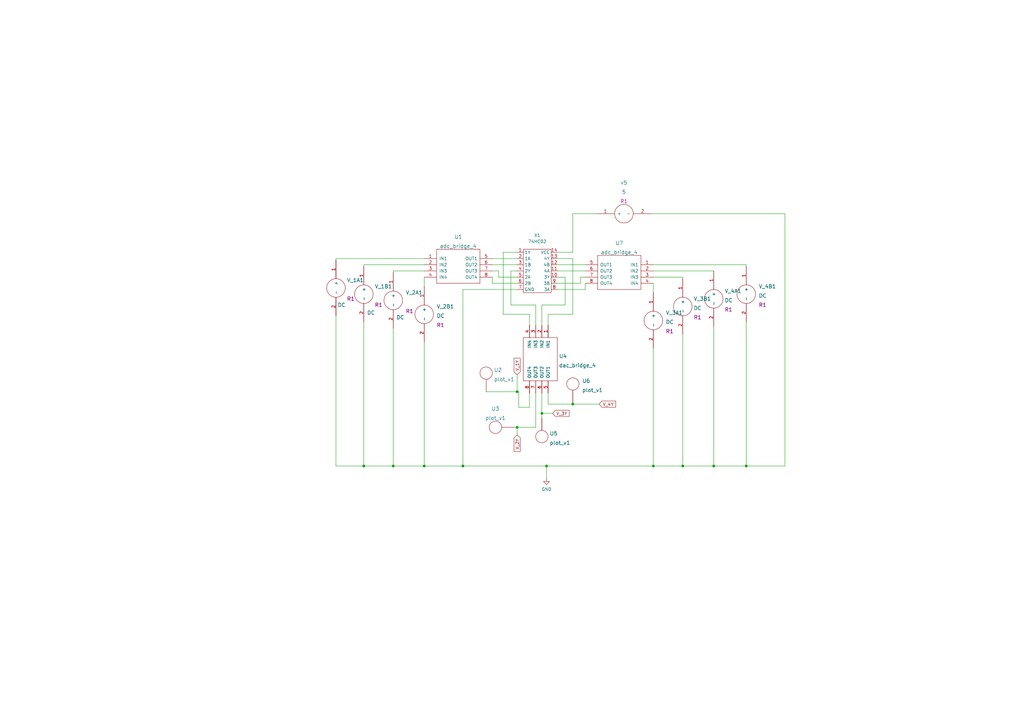
<source format=kicad_sch>
(kicad_sch (version 20211123) (generator eeschema)
  (paper "A3")
  (lib_symbols
    (symbol "eSim_Hybrid:adc_bridge_4" (pin_names (offset 1.016))
      (property "Reference" "U" (at 0 0 0))
      (property "Value" "adc_bridge_4" (at 0 7.62 0))
      (symbol "adc_bridge_4_0_1"
        (rectangle (start -8.89 8.89) (end 8.89 -5.08))
      )
      (symbol "adc_bridge_4_1_1"
        (pin input line (at -13.97 5.08 0) (length 5.08) (name "IN1") (number "1"))
        (pin input line (at -13.97 2.54 0) (length 5.08) (name "IN2") (number "2"))
        (pin input line (at -13.97 0 0) (length 5.08) (name "IN3") (number "3"))
        (pin input line (at -13.97 -2.54 0) (length 5.08) (name "IN4") (number "4"))
        (pin output line (at 13.97 5.08 180) (length 5.08) (name "OUT1") (number "5"))
        (pin output line (at 13.97 2.54 180) (length 5.08) (name "OUT2") (number "6"))
        (pin output line (at 13.97 0 180) (length 5.08) (name "OUT3") (number "7"))
        (pin output line (at 13.97 -2.54 180) (length 5.08) (name "OUT4") (number "8"))
      )
    )
    (symbol "eSim_Hybrid:dac_bridge_4" (pin_names (offset 1.016))
      (property "Reference" "U" (at 0 0 0))
      (property "Value" "dac_bridge_4" (at 0 7.62 0))
      (symbol "dac_bridge_4_0_1"
        (rectangle (start -8.89 8.89) (end 8.89 -5.08))
      )
      (symbol "dac_bridge_4_1_1"
        (pin input line (at -13.97 5.08 0) (length 5.08) (name "IN1") (number "1"))
        (pin input line (at -13.97 2.54 0) (length 5.08) (name "IN2") (number "2"))
        (pin input line (at -13.97 0 0) (length 5.08) (name "IN3") (number "3"))
        (pin input line (at -13.97 -2.54 0) (length 5.08) (name "IN4") (number "4"))
        (pin output line (at 13.97 5.08 180) (length 5.08) (name "OUT1") (number "5"))
        (pin output line (at 13.97 2.54 180) (length 5.08) (name "OUT2") (number "6"))
        (pin output line (at 13.97 0 180) (length 5.08) (name "OUT3") (number "7"))
        (pin output line (at 13.97 -2.54 180) (length 5.08) (name "OUT4") (number "8"))
      )
    )
    (symbol "eSim_Plot:plot_v1" (pin_names (offset 1.016))
      (property "Reference" "U" (at 0 12.7 0))
      (property "Value" "plot_v1" (at 5.08 8.89 0))
      (symbol "plot_v1_0_1"
        (circle (center 0 12.7) (radius 2.54))
      )
      (symbol "plot_v1_1_1"
        (pin input line (at 0 5.08 90) (length 5.08) (name "~") (number "~"))
      )
    )
    (symbol "eSim_Power:eSim_GND" (power) (pin_names (offset 0))
      (property "Value" "eSim_GND" (at 0 -3.81 0))
      (symbol "eSim_GND_0_1"
        (polyline (pts (xy 0 0) (xy 0 -1.27) (xy 1.27 -1.27) (xy 0 -2.54) (xy -1.27 -1.27) (xy 0 -1.27)))
      )
      (symbol "eSim_GND_1_1"
        (pin power_in line (at 0 0 270) (length 0) hide (name "GND") (number "1"))
      )
    )
    (symbol "eSim_Sources:DC" (pin_names (offset 1.016))
      (property "Reference" "v" (at -5.08 2.54 0))
      (property "Value" "DC" (at -5.08 -1.27 0))
      (property "Footprint" "R1" (at -7.62 0 0))
      (symbol "DC_0_1"
        (circle (center 0 0) (radius 3.81))
      )
      (symbol "DC_1_1"
        (pin power_out line (at 0 11.43 270) (length 7.62) (name "+") (number "1"))
        (pin bidirectional line (at 0 -11.43 90) (length 7.62) (name "-") (number "2"))
      )
    )
    (symbol "eSim_Subckt:74HC02"
      (property "Reference" "X" (at -1.27 -8.89 0))
      (property "Value" "74HC02" (at -2.54 11.43 0))
      (symbol "74HC02_0_1"
        (rectangle (start -7.62 10.16) (end 3.81 -7.62))
      )
      (symbol "74HC02_1_1"
        (pin output line (at -10.16 8.89 0) (length 2.54) (name "1Y") (number "1"))
        (pin output line (at 6.35 -1.27 180) (length 2.54) (name "3Y") (number "10"))
        (pin input line (at 6.35 1.27 180) (length 2.54) (name "4A") (number "11"))
        (pin input line (at 6.35 3.81 180) (length 2.54) (name "4B") (number "12"))
        (pin output line (at 6.35 6.35 180) (length 2.54) (name "4Y") (number "13"))
        (pin power_in line (at 6.35 8.89 180) (length 2.54) (name "VCC") (number "14"))
        (pin input line (at -10.16 6.35 0) (length 2.54) (name "1A") (number "2"))
        (pin input line (at -10.16 3.81 0) (length 2.54) (name "1B") (number "3"))
        (pin output line (at -10.16 1.27 0) (length 2.54) (name "2Y") (number "4"))
        (pin input line (at -10.16 -1.27 0) (length 2.54) (name "2A") (number "5"))
        (pin input line (at -10.16 -3.81 0) (length 2.54) (name "2B") (number "6"))
        (pin power_in line (at -10.16 -6.35 0) (length 2.54) (name "GND") (number "7"))
        (pin input line (at 6.35 -6.35 180) (length 2.54) (name "3A") (number "8"))
        (pin input line (at 6.35 -3.81 180) (length 2.54) (name "3B") (number "9"))
      )
    )
  )
  (junction (at 224.155 191.135))
  (junction (at 222.25 169.545))
  (junction (at 212.09 175.26))
  (junction (at 234.95 165.735))
  (junction (at 173.99 191.135))
  (junction (at 306.07 191.135))
  (junction (at 189.865 191.135))
  (junction (at 292.735 191.135))
  (junction (at 280.035 191.135))
  (junction (at 161.29 191.135))
  (junction (at 149.225 191.135))
  (junction (at 267.97 191.135))
  (junction (at 212.09 160.655))
  (wire (pts (xy 292.735 191.135) (xy 280.035 191.135)))
  (wire (pts (xy 222.25 169.545) (xy 222.25 171.45)))
  (wire (pts (xy 228.6 113.665) (xy 231.775 113.665)))
  (wire (pts (xy 189.865 191.135) (xy 224.155 191.135)))
  (wire (pts (xy 173.99 108.585) (xy 149.225 108.585)))
  (wire (pts (xy 224.155 191.135) (xy 267.97 191.135)))
  (wire (pts (xy 206.375 103.505) (xy 206.375 128.905)))
  (wire (pts (xy 173.99 106.045) (xy 137.795 106.045)))
  (wire (pts (xy 173.99 111.125) (xy 161.29 111.125)))
  (wire (pts (xy 217.17 161.29) (xy 217.17 167.005)))
  (wire (pts (xy 149.225 132.08) (xy 149.225 191.135)))
  (wire (pts (xy 306.07 132.08) (xy 306.07 191.135)))
  (wire (pts (xy 219.71 161.29) (xy 219.71 175.26)))
  (wire (pts (xy 292.735 133.985) (xy 292.735 191.135)))
  (wire (pts (xy 206.375 128.905) (xy 217.17 128.905)))
  (wire (pts (xy 212.09 116.205) (xy 201.93 116.205)))
  (wire (pts (xy 224.79 161.29) (xy 224.79 165.735)))
  (wire (pts (xy 280.035 114.3) (xy 280.035 113.665)))
  (wire (pts (xy 231.775 125.095) (xy 222.25 125.095)))
  (wire (pts (xy 234.95 165.735) (xy 234.95 165.1)))
  (wire (pts (xy 212.09 113.665) (xy 204.47 113.665)))
  (wire (pts (xy 280.035 113.665) (xy 267.97 113.665)))
  (wire (pts (xy 212.09 111.125) (xy 209.55 111.125)))
  (wire (pts (xy 267.97 116.205) (xy 267.97 120.015)))
  (wire (pts (xy 212.09 175.26) (xy 219.71 175.26)))
  (wire (pts (xy 228.6 106.045) (xy 234.95 106.045)))
  (wire (pts (xy 222.25 169.545) (xy 226.695 169.545)))
  (wire (pts (xy 212.09 108.585) (xy 201.93 108.585)))
  (wire (pts (xy 238.125 113.665) (xy 240.03 113.665)))
  (wire (pts (xy 228.6 111.125) (xy 240.03 111.125)))
  (wire (pts (xy 173.99 191.135) (xy 189.865 191.135)))
  (wire (pts (xy 173.99 113.665) (xy 173.99 117.475)))
  (wire (pts (xy 228.6 108.585) (xy 240.03 108.585)))
  (wire (pts (xy 234.95 165.735) (xy 245.745 165.735)))
  (wire (pts (xy 212.725 167.005) (xy 212.725 160.655)))
  (wire (pts (xy 222.25 125.095) (xy 222.25 133.35)))
  (wire (pts (xy 161.29 134.62) (xy 161.29 191.135)))
  (wire (pts (xy 201.93 116.205) (xy 201.93 113.665)))
  (wire (pts (xy 267.335 87.63) (xy 321.945 87.63)))
  (wire (pts (xy 234.95 103.505) (xy 234.95 87.63)))
  (wire (pts (xy 161.29 111.125) (xy 161.29 111.76)))
  (wire (pts (xy 219.71 125.095) (xy 219.71 133.35)))
  (wire (pts (xy 228.6 116.205) (xy 238.125 116.205)))
  (wire (pts (xy 217.17 128.905) (xy 217.17 133.35)))
  (wire (pts (xy 189.865 118.745) (xy 189.865 191.135)))
  (wire (pts (xy 240.03 118.745) (xy 240.03 116.205)))
  (wire (pts (xy 267.97 191.135) (xy 267.97 142.875)))
  (wire (pts (xy 217.17 167.005) (xy 212.725 167.005)))
  (wire (pts (xy 234.95 87.63) (xy 244.475 87.63)))
  (wire (pts (xy 224.79 165.735) (xy 234.95 165.735)))
  (wire (pts (xy 231.775 113.665) (xy 231.775 125.095)))
  (wire (pts (xy 212.09 160.655) (xy 199.39 160.655)))
  (wire (pts (xy 212.09 106.045) (xy 201.93 106.045)))
  (wire (pts (xy 238.125 116.205) (xy 238.125 113.665)))
  (wire (pts (xy 149.225 191.135) (xy 161.29 191.135)))
  (wire (pts (xy 137.795 191.135) (xy 149.225 191.135)))
  (wire (pts (xy 224.155 191.135) (xy 224.155 196.215)))
  (wire (pts (xy 228.6 118.745) (xy 240.03 118.745)))
  (wire (pts (xy 209.55 125.095) (xy 219.71 125.095)))
  (wire (pts (xy 222.25 161.29) (xy 222.25 169.545)))
  (wire (pts (xy 212.09 175.26) (xy 212.09 178.435)))
  (wire (pts (xy 204.47 111.125) (xy 201.93 111.125)))
  (wire (pts (xy 149.225 108.585) (xy 149.225 109.22)))
  (wire (pts (xy 321.945 87.63) (xy 321.945 191.135)))
  (wire (pts (xy 212.09 118.745) (xy 189.865 118.745)))
  (wire (pts (xy 224.79 128.905) (xy 224.79 133.35)))
  (wire (pts (xy 234.95 106.045) (xy 234.95 128.905)))
  (wire (pts (xy 173.99 140.335) (xy 173.99 191.135)))
  (wire (pts (xy 267.97 111.125) (xy 292.735 111.125)))
  (wire (pts (xy 280.035 191.135) (xy 267.97 191.135)))
  (wire (pts (xy 321.945 191.135) (xy 306.07 191.135)))
  (wire (pts (xy 280.035 137.16) (xy 280.035 191.135)))
  (wire (pts (xy 267.97 108.585) (xy 306.07 108.585)))
  (wire (pts (xy 306.07 108.585) (xy 306.07 109.22)))
  (wire (pts (xy 212.725 160.655) (xy 212.09 160.655)))
  (wire (pts (xy 137.795 129.54) (xy 137.795 191.135)))
  (wire (pts (xy 212.09 153.67) (xy 212.09 160.655)))
  (wire (pts (xy 210.82 175.26) (xy 212.09 175.26)))
  (wire (pts (xy 306.07 191.135) (xy 292.735 191.135)))
  (wire (pts (xy 209.55 111.125) (xy 209.55 125.095)))
  (wire (pts (xy 234.95 128.905) (xy 224.79 128.905)))
  (wire (pts (xy 204.47 113.665) (xy 204.47 111.125)))
  (wire (pts (xy 228.6 103.505) (xy 234.95 103.505)))
  (wire (pts (xy 137.795 106.045) (xy 137.795 106.68)))
  (wire (pts (xy 212.09 103.505) (xy 206.375 103.505)))
  (wire (pts (xy 161.29 191.135) (xy 173.99 191.135)))
  (global_label "V_4Y" (shape input) (at 245.745 165.735 0) (property "Intersheet References" "${INTERSHEET_REFS}" (effects hide)))
  (global_label "V_3Y" (shape input) (at 226.695 169.545 0) (property "Intersheet References" "${INTERSHEET_REFS}" (effects hide)))
  (global_label "V_2Y" (shape input) (at 212.09 178.435 270) (property "Intersheet References" "${INTERSHEET_REFS}" (effects hide)))
  (global_label "V_1Y" (shape input) (at 212.09 153.67 90) (property "Intersheet References" "${INTERSHEET_REFS}" (effects hide)))
  (symbol (lib_id "eSim_Sources:DC") (at 137.795 118.11 0) (unit 1)
    (property "Reference" "V_1A1" (at 142.24 114.935 0) (effects (font (size 1.524 1.524)) (justify left)))
    (property "Value" "DC" (at 138.43 125.095 0) (effects (font (size 1.524 1.524)) (justify left)))
    (property "Footprint" "R1" (at 142.24 122.555 0) (effects (font (size 1.524 1.524)) (justify left)))
  )
  (symbol (lib_id "eSim_Hybrid:adc_bridge_4") (at 187.96 111.125 0) (unit 1)
    (property "Reference" "U1" (at 187.96 97.155 0) (effects (font (size 1.524 1.524))))
    (property "Value" "adc_bridge_4" (at 187.96 100.965 0) (effects (font (size 1.524 1.524))))
  )
  (symbol (lib_id "eSim_Sources:DC") (at 149.225 120.65 0) (unit 1)
    (property "Reference" "V_1B1" (at 153.67 117.475 0) (effects (font (size 1.524 1.524)) (justify left)))
    (property "Value" "DC" (at 150.495 128.27 0) (effects (font (size 1.524 1.524)) (justify left)))
    (property "Footprint" "R1" (at 153.67 125.095 0) (effects (font (size 1.524 1.524)) (justify left)))
  )
  (symbol (lib_id "eSim_Sources:DC") (at 306.07 120.65 0) (unit 1)
    (property "Reference" "V_4B1" (at 311.15 117.475 0) (effects (font (size 1.524 1.524)) (justify left)))
    (property "Value" "DC" (at 311.15 121.285 0) (effects (font (size 1.524 1.524)) (justify left)))
    (property "Footprint" "R1" (at 311.15 125.095 0) (effects (font (size 1.524 1.524)) (justify left)))
  )
  (symbol (lib_id "eSim_Plot:plot_v1") (at 234.95 170.18 0) (unit 1)
    (property "Reference" "U6" (at 238.76 156.21 0) (effects (font (size 1.524 1.524)) (justify left)))
    (property "Value" "plot_v1" (at 238.76 160.02 0) (effects (font (size 1.524 1.524)) (justify left)))
  )
  (symbol (lib_id "eSim_Plot:plot_v1") (at 215.9 175.26 90) (unit 1)
    (property "Reference" "U3" (at 203.2 167.64 90) (effects (font (size 1.524 1.524))))
    (property "Value" "plot_v1" (at 203.2 171.45 90) (effects (font (size 1.524 1.524))))
  )
  (symbol (lib_id "eSim_Sources:DC") (at 267.97 131.445 0) (unit 1)
    (property "Reference" "V_3A1" (at 273.05 128.27 0) (effects (font (size 1.524 1.524)) (justify left)))
    (property "Value" "DC" (at 273.05 132.08 0) (effects (font (size 1.524 1.524)) (justify left)))
    (property "Footprint" "R1" (at 273.05 135.89 0) (effects (font (size 1.524 1.524)) (justify left)))
  )
  (symbol (lib_id "eSim_Subckt:74HC02") (at 222.25 112.395 0) (unit 1)
    (property "Reference" "X1" (at 220.345 96.52 0))
    (property "Value" "74HC02" (at 220.345 99.06 0))
  )
  (symbol (lib_id "eSim_Sources:DC") (at 173.99 128.905 0) (unit 1)
    (property "Reference" "V_2B1" (at 179.07 125.73 0) (effects (font (size 1.524 1.524)) (justify left)))
    (property "Value" "DC" (at 179.07 129.54 0) (effects (font (size 1.524 1.524)) (justify left)))
    (property "Footprint" "R1" (at 179.07 133.35 0) (effects (font (size 1.524 1.524)) (justify left)))
  )
  (symbol (lib_id "eSim_Sources:DC") (at 280.035 125.73 0) (unit 1)
    (property "Reference" "V_3B1" (at 284.48 122.555 0) (effects (font (size 1.524 1.524)) (justify left)))
    (property "Value" "DC" (at 284.48 126.365 0) (effects (font (size 1.524 1.524)) (justify left)))
    (property "Footprint" "R1" (at 284.48 130.175 0) (effects (font (size 1.524 1.524)) (justify left)))
  )
  (symbol (lib_id "eSim_Power:eSim_GND") (at 224.155 196.215 0) (unit 1)
    (property "Reference" "#PWR01" (effects hide))
    (property "Value" "eSim_GND" (at 224.155 200.66 0))
  )
  (symbol (lib_id "eSim_Sources:DC") (at 161.29 123.19 0) (unit 1)
    (property "Reference" "V_2A1" (at 166.37 120.015 0) (effects (font (size 1.524 1.524)) (justify left)))
    (property "Value" "DC" (at 162.56 130.175 0) (effects (font (size 1.524 1.524)) (justify left)))
    (property "Footprint" "R1" (at 166.37 127.635 0) (effects (font (size 1.524 1.524)) (justify left)))
  )
  (symbol (lib_id "eSim_Sources:DC") (at 292.735 122.555 0) (unit 1)
    (property "Reference" "V_4A1" (at 297.18 119.38 0) (effects (font (size 1.524 1.524)) (justify left)))
    (property "Value" "DC" (at 297.18 123.19 0) (effects (font (size 1.524 1.524)) (justify left)))
    (property "Footprint" "R1" (at 297.18 127 0) (effects (font (size 1.524 1.524)) (justify left)))
  )
  (symbol (lib_id "eSim_Sources:DC") (at 255.905 87.63 90) (unit 1)
    (property "Reference" "v5" (at 255.905 74.93 90) (effects (font (size 1.524 1.524))))
    (property "Value" "5" (at 255.905 78.74 90) (effects (font (size 1.524 1.524))))
    (property "Footprint" "R1" (at 255.905 82.55 90) (effects (font (size 1.524 1.524))))
  )
  (symbol (lib_id "eSim_Plot:plot_v1") (at 199.39 165.735 0) (unit 1)
    (property "Reference" "U2" (at 202.565 151.765 0) (effects (font (size 1.524 1.524)) (justify left)))
    (property "Value" "plot_v1" (at 202.565 155.575 0) (effects (font (size 1.524 1.524)) (justify left)))
  )
  (symbol (lib_id "eSim_Hybrid:dac_bridge_4") (at 219.71 147.32 270) (unit 1)
    (property "Reference" "U4" (at 229.235 146.05 90) (effects (font (size 1.524 1.524)) (justify left)))
    (property "Value" "dac_bridge_4" (at 229.235 149.86 90) (effects (font (size 1.524 1.524)) (justify left)))
  )
  (symbol (lib_id "eSim_Plot:plot_v1") (at 222.25 166.37 180) (unit 1)
    (property "Reference" "U5" (at 225.425 177.8 0) (effects (font (size 1.524 1.524)) (justify right)))
    (property "Value" "plot_v1" (at 225.425 181.61 0) (effects (font (size 1.524 1.524)) (justify right)))
  )
  (symbol (lib_id "eSim_Hybrid:adc_bridge_4") (at 254 113.665 0) (mirror y) (unit 1)
    (property "Reference" "U7" (at 254 99.695 0) (effects (font (size 1.524 1.524))))
    (property "Value" "adc_bridge_4" (at 254 103.505 0) (effects (font (size 1.524 1.524))))
  )
)
</source>
